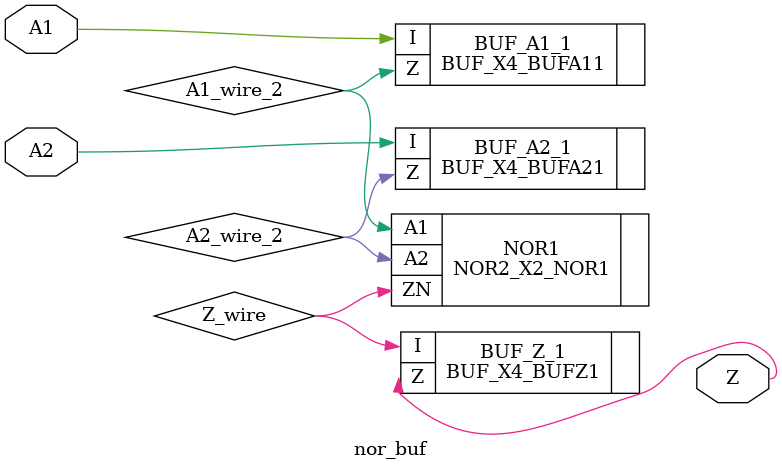
<source format=v>
/*
###############################################################
#  Generated by:      Cadence Innovus 19.11-s128_1
#  OS:                Linux x86_64(Host ID asic.ecs.tuwien.ac.at)
#  Generated on:      Fri Apr 16 09:24:46 2021
#  Design:            nor_buf
#  Command:           write_netlist nor_buf_post.v
###############################################################
*/
// Generated by Cadence Genus(TM) Synthesis Solution 19.11-s087_1
// Generated on: Apr 16 2021 09:23:57 CEST (Apr 16 2021 07:23:57 UTC)
// Verification Directory fv/nor_buf 
module nor_buf (
	A1, 
	A2, 
	Z);
   input A1;
   input A2;
   output Z;

   // Internal wires
   wire A1_wire_2;
   wire A2_wire_2;
   wire Z_wire;

   BUF_X4_BUFA11 BUF_A1_1 (.I(A1),
	.Z(A1_wire_2));
   BUF_X4_BUFA21 BUF_A2_1 (.I(A2),
	.Z(A2_wire_2));
   BUF_X4_BUFZ1 BUF_Z_1 (.I(Z_wire),
	.Z(Z));
   NOR2_X2_NOR1 NOR1 (.A1(A1_wire_2),
	.A2(A2_wire_2),
	.ZN(Z_wire));
endmodule

</source>
